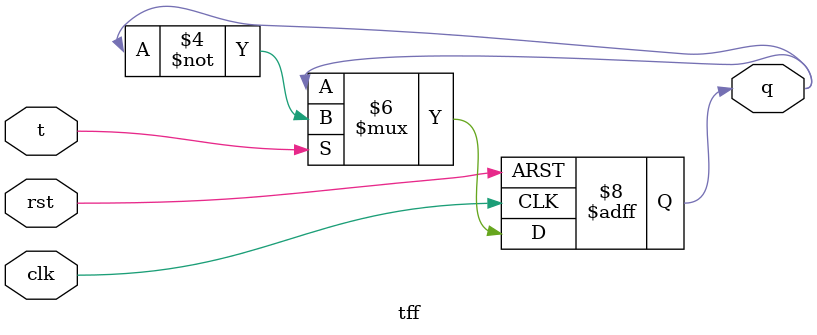
<source format=sv>
module tff(t,clk,rst,q);
    input t;
    input clk;
    input rst;
    output reg q;

    always @(posedge clk or posedge rst) begin
        if(rst==1) begin 
            q<=0;
        end
        else if(t==1) begin
            q<=~q;
        end
        else begin
            q<=q;
        end
    end

endmodule
</source>
